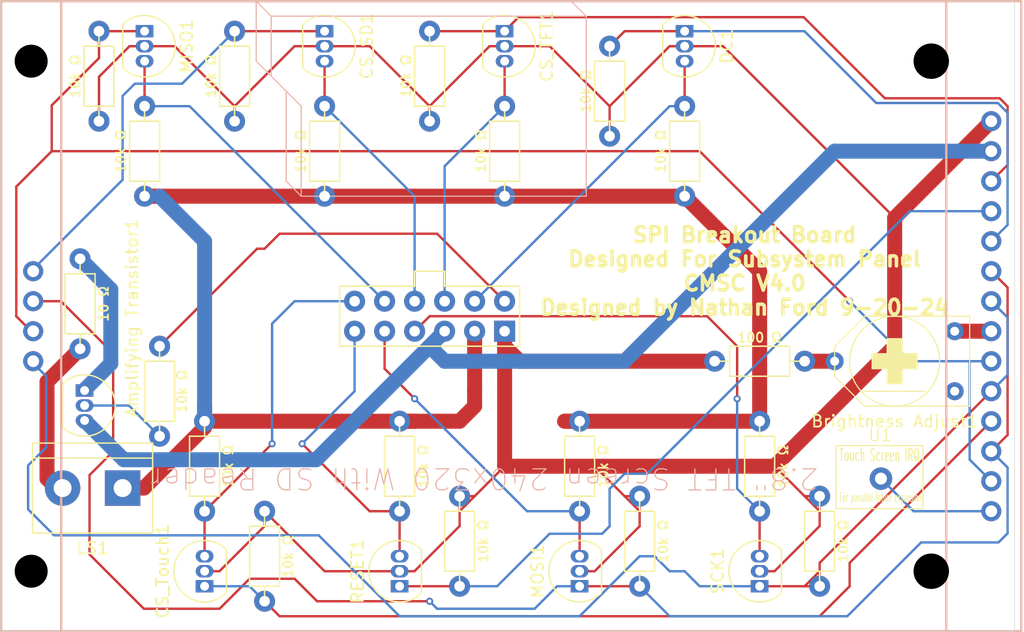
<source format=kicad_pcb>
(kicad_pcb (version 20240108) (generator "pcbnew") (generator_version "8.0")
  (layers (0 "F.Cu" signal) (31 "B.Cu" signal) (34 "B.Paste" user) (35 "F.Paste" user) (36 "B.SilkS" user "B.Silkscreen") (37 "F.SilkS" user "F.Silkscreen") (38 "B.Mask" user) (39 "F.Mask" user) (44 "Edge.Cuts" user))
  (net 0 "")
  (net 1 "/GND")
  (net 2 "/5V")
  (net 3 "/RESET_5V")
  (net 4 "/CS_TFT_5V")
  (net 5 "/DC_5V")
  (net 6 "Net-(C1-PadSPKR)")
  (net 7 "/CS_TOUCH_5V")
  (net 8 "/MOSI_5V")
  (net 9 "/SCK_5V")
  (net 10 "/3V3")
  (net 11 "/CS_SD_5V")
  (net 12 "/MISO_5V")
  (net 13 "/SCK_3V3")
  (net 14 "/MOSI_3V3")
  (net 15 "/MISO_3V3")
  (net 16 "/CS_TFT_3V3")
  (net 17 "/DC_3V3")
  (net 18 "/CS_SD_3V3")
  (net 19 "/CS_TOUCH_3V3")
  (net 20 "/RESET_3V3")
  (net 21 "Net-(Brightness Adjust1-PadVout1)")
  (net 22 "Net-(Amplifying Transistor1-B)")
  (net 23 "Net-(Amplifying Transistor1-E)")
  (net 24 "Net-(LS1-Pad2)")
  (net 25 "Net-(U1-T_IRQ)")
  (net 27 "Net-(Brightness Adjust1-PadVin)")
  (footprint "Subsystem Main:THROUGH_HOLE_RESISTOR" (layer "F.Cu") (at 120.6 74.93 90)
    (property "Reference" "R5" (hide yes))
    (property "Value" "10k Ω" (at 0 -2 90) (layer "F.SilkS") (effects (font (size 0.787402 0.787402))))
    (pad "P$1" thru_hole circle (at -3.81 0 90) (size 1.778 1.778) (drill 0.9) (layers "*.Cu" "*.Mask") (net 10 "/3V3"))
    (pad "P$2" thru_hole circle (at 3.81 0 90) (size 1.778 1.778) (drill 0.9) (layers "*.Cu" "*.Mask") (net 15 "/MISO_3V3"))
  )
  (footprint "Subsystem Main:THROUGH_HOLE_RESISTOR" (layer "F.Cu") (at 176.53 99.06)
    (property "Reference" "R9" (hide yes))
    (property "Value" "100 Ω" (at 0 -2 0) (layer "F.SilkS") (effects (font (size 0.787402 0.787402))))
    (pad "P$1" thru_hole circle (at -3.81 0) (size 1.778 1.778) (drill 0.9) (layers "*.Cu" "*.Mask") (net 10 "/3V3"))
    (pad "P$2" thru_hole circle (at 3.81 0) (size 1.778 1.778) (drill 0.9) (layers "*.Cu" "*.Mask") (net 27 "Net-(Brightness Adjust1-PadVin)"))
  )
  (footprint "Subsystem Main:Small_Potentiometer" (layer "F.Cu") (at 187.96 99.06)
    (property "Reference" "Brightness Adjust1")
    (property "Value" "~")
    (fp_text user "${REFERENCE}" (at 0 5.08 0) (layer "F.SilkS"))
    (pad "Vin" thru_hole circle (at -5.08 0) (size 1.524 1.524) (drill 0.762) (layers "*.Cu" "*.Mask") (net 27 "Net-(Brightness Adjust1-PadVin)"))
    (pad "Vout1" thru_hole circle (at 5.08 -2.54) (size 1.524 1.524) (drill 0.762) (layers "*.Cu" "*.Mask") (net 21 "Net-(Brightness Adjust1-PadVout1)"))
    (pad "Vout2" thru_hole circle (at 5.08 2.54) (size 1.524 1.524) (drill 0.762) (layers "*.Cu" "*.Mask"))
  )
  (footprint "Subsystem Main:THROUGH_HOLE_RESISTOR" (layer "F.Cu") (at 134.62 115.57 -90)
    (property "Reference" "R16" (hide yes))
    (property "Value" "10k Ω" (at 0 -2 90) (layer "F.SilkS") (effects (font (size 0.787402 0.787402))))
    (pad "P$1" thru_hole circle (at -3.81 0 270) (size 1.778 1.778) (drill 0.9) (layers "*.Cu" "*.Mask") (net 10 "/3V3"))
    (pad "P$2" thru_hole circle (at 3.81 0 270) (size 1.778 1.778) (drill 0.9) (layers "*.Cu" "*.Mask") (net 19 "/CS_TOUCH_3V3"))
  )
  (footprint "Subsystem Main:THROUGH_HOLE_RESISTOR" (layer "F.Cu") (at 148.59 74.93 90)
    (property "Reference" "R10" (hide yes))
    (property "Value" "10k Ω" (at 0 -2 90) (layer "F.SilkS") (effects (font (size 0.787402 0.787402))))
    (pad "P$1" thru_hole circle (at -3.81 0 90) (size 1.778 1.778) (drill 0.9) (layers "*.Cu" "*.Mask") (net 10 "/3V3"))
    (pad "P$2" thru_hole circle (at 3.81 0 90) (size 1.778 1.778) (drill 0.9) (layers "*.Cu" "*.Mask") (net 16 "/CS_TFT_3V3"))
  )
  (footprint "Package_TO_SOT_THT:TO-92_Inline" (layer "F.Cu") (at 139.7 71.12 -90)
    (property "Reference" "CS_SD1" (at 1.27 -3.56 90) (layer "F.SilkS"))
    (property "Value" "BS170")
    (pad "1" thru_hole rect (at 0 0 270) (size 1.05 1.5) (drill 0.75) (layers "*.Cu" "*.Mask") (net 18 "/CS_SD_3V3"))
    (pad "2" thru_hole oval (at 1.27 0 270) (size 1.05 1.5) (drill 0.75) (layers "*.Cu" "*.Mask") (net 10 "/3V3"))
    (pad "3" thru_hole oval (at 2.54 0 270) (size 1.05 1.5) (drill 0.75) (layers "*.Cu" "*.Mask") (net 11 "/CS_SD_5V"))
  )
  (footprint "Package_TO_SOT_THT:TO-92_Inline" (layer "F.Cu") (at 170.18 71.12 -90)
    (property "Reference" "DC1" (at 1.27 -3.56 90) (layer "F.SilkS"))
    (property "Value" "BS170")
    (pad "1" thru_hole rect (at 0 0 270) (size 1.05 1.5) (drill 0.75) (layers "*.Cu" "*.Mask") (net 17 "/DC_3V3"))
    (pad "2" thru_hole oval (at 1.27 0 270) (size 1.05 1.5) (drill 0.75) (layers "*.Cu" "*.Mask") (net 10 "/3V3"))
    (pad "3" thru_hole oval (at 2.54 0 270) (size 1.05 1.5) (drill 0.75) (layers "*.Cu" "*.Mask") (net 5 "/DC_5V"))
  )
  (footprint "Subsystem Main:THROUGH_HOLE_RESISTOR" (layer "F.Cu") (at 181.61 114.3 -90)
    (property "Reference" "R1" (hide yes))
    (property "Value" "10k Ω" (at 0 -2 90) (layer "F.SilkS") (effects (font (size 0.787402 0.787402))))
    (pad "P$1" thru_hole circle (at -3.81 0 270) (size 1.778 1.778) (drill 0.9) (layers "*.Cu" "*.Mask") (net 10 "/3V3"))
    (pad "P$2" thru_hole circle (at 3.81 0 270) (size 1.778 1.778) (drill 0.9) (layers "*.Cu" "*.Mask") (net 13 "/SCK_3V3"))
  )
  (footprint "Subsystem Main:THROUGH_HOLE_RESISTOR" (layer "F.Cu") (at 129.54 107.95 -90)
    (property "Reference" "R17" (hide yes))
    (property "Value" "10k Ω" (at 0 -2 90) (layer "F.SilkS") (effects (font (size 0.787402 0.787402))))
    (pad "P$1" thru_hole circle (at -3.81 0 270) (size 1.778 1.778) (drill 0.9) (layers "*.Cu" "*.Mask") (net 2 "/5V"))
    (pad "P$2" thru_hole circle (at 3.81 0 270) (size 1.778 1.778) (drill 0.9) (layers "*.Cu" "*.Mask") (net 7 "/CS_TOUCH_5V"))
  )
  (footprint "Subsystem Main:THROUGH_HOLE_RESISTOR" (layer "F.Cu") (at 132.08 74.93 90)
    (property "Reference" "R14" (hide yes))
    (property "Value" "10k Ω" (at 0 -2 90) (layer "F.SilkS") (effects (font (size 0.787402 0.787402))))
    (pad "P$1" thru_hole circle (at -3.81 0 90) (size 1.778 1.778) (drill 0.9) (layers "*.Cu" "*.Mask") (net 10 "/3V3"))
    (pad "P$2" thru_hole circle (at 3.81 0 90) (size 1.778 1.778) (drill 0.9) (layers "*.Cu" "*.Mask") (net 18 "/CS_SD_3V3"))
  )
  (footprint "Subsystem Main:THROUGH_HOLE_RESISTOR" (layer "F.Cu") (at 154.94 81.28 90)
    (property "Reference" "R11" (hide yes))
    (property "Value" "10k Ω" (at 0 -2 90) (layer "F.SilkS") (effects (font (size 0.787402 0.787402))))
    (pad "P$1" thru_hole circle (at -3.81 0 90) (size 1.778 1.778) (drill 0.9) (layers "*.Cu" "*.Mask") (net 2 "/5V"))
    (pad "P$2" thru_hole circle (at 3.81 0 90) (size 1.778 1.778) (drill 0.9) (layers "*.Cu" "*.Mask") (net 4 "/CS_TFT_5V"))
  )
  (footprint "Package_TO_SOT_THT:TO-92_Inline" (layer "F.Cu") (at 146.05 118.11 90)
    (property "Reference" "RESET1" (at 1.27 -3.56 90) (layer "F.SilkS"))
    (property "Value" "BS170")
    (pad "1" thru_hole rect (at 0 0 90) (size 1.05 1.5) (drill 0.75) (layers "*.Cu" "*.Mask") (net 20 "/RESET_3V3"))
    (pad "2" thru_hole oval (at 1.27 0 90) (size 1.05 1.5) (drill 0.75) (layers "*.Cu" "*.Mask") (net 10 "/3V3"))
    (pad "3" thru_hole oval (at 2.54 0 90) (size 1.05 1.5) (drill 0.75) (layers "*.Cu" "*.Mask") (net 3 "/RESET_5V"))
  )
  (footprint "Subsystem Main:THROUGH_HOLE_RESISTOR" (layer "F.Cu") (at 124.46 81.28 90)
    (property "Reference" "R6" (hide yes))
    (property "Value" "10k Ω" (at 0 -2 90) (layer "F.SilkS") (effects (font (size 0.787402 0.787402))))
    (pad "P$1" thru_hole circle (at -3.81 0 90) (size 1.778 1.778) (drill 0.9) (layers "*.Cu" "*.Mask") (net 2 "/5V"))
    (pad "P$2" thru_hole circle (at 3.81 0 90) (size 1.778 1.778) (drill 0.9) (layers "*.Cu" "*.Mask") (net 12 "/MISO_5V"))
  )
  (footprint "Package_TO_SOT_THT:TO-92_Inline" (layer "F.Cu") (at 124.46 71.12 -90)
    (property "Reference" "MISO1" (at 1.27 -3.56 90) (layer "F.SilkS"))
    (property "Value" "BS170")
    (pad "1" thru_hole rect (at 0 0 270) (size 1.05 1.5) (drill 0.75) (layers "*.Cu" "*.Mask") (net 15 "/MISO_3V3"))
    (pad "2" thru_hole oval (at 1.27 0 270) (size 1.05 1.5) (drill 0.75) (layers "*.Cu" "*.Mask") (net 10 "/3V3"))
    (pad "3" thru_hole oval (at 2.54 0 270) (size 1.05 1.5) (drill 0.75) (layers "*.Cu" "*.Mask") (net 12 "/MISO_5V"))
  )
  (footprint "Subsystem Main Extra Symbols:T_IRQ" (layer "F.Cu") (at 186.8 109)
    (property "Reference" "U1" (at -0.065 -3.665 0) (layer "F.SilkS") (effects (font (thickness 0.1))))
    (property "Value" "~")
    (fp_text user "For possible future expansion" (at -3.556 2.032 0) (layer "F.SilkS") (effects (font (size 0.762 0.3048) (thickness 0.0635)) (justify left bottom)))
    (pad "1" thru_hole circle (at 0 0) (size 1.905 1.905) (drill 1.016) (layers "*.Cu" "*.Mask") (net 25 "Net-(U1-T_IRQ)"))
  )
  (footprint "TerminalBlock:TerminalBlock_bornier-2_P5.08mm" (layer "F.Cu") (at 122.6 109.8 180)
    (property "Reference" "LS1" (at 2.54 -5.08 0) (layer "F.SilkS"))
    (property "Value" "Speaker")
    (pad "1" thru_hole rect (at 0 0 180) (size 3 3) (drill 1.52) (layers "*.Cu" "*.Mask") (net 2 "/5V"))
    (pad "2" thru_hole circle (at 5.08 0 180) (size 3 3) (drill 1.52) (layers "*.Cu" "*.Mask") (net 24 "Net-(LS1-Pad2)"))
  )
  (footprint "Subsystem Main:THROUGH_HOLE_RESISTOR" (layer "F.Cu") (at 139.7 81.28 90)
    (property "Reference" "R15" (hide yes))
    (property "Value" "10k Ω" (at 0 -2 90) (layer "F.SilkS") (effects (font (size 0.787402 0.787402))))
    (pad "P$1" thru_hole circle (at -3.81 0 90) (size 1.778 1.778) (drill 0.9) (layers "*.Cu" "*.Mask") (net 2 "/5V"))
    (pad "P$2" thru_hole circle (at 3.81 0 90) (size 1.778 1.778) (drill 0.9) (layers "*.Cu" "*.Mask") (net 11 "/CS_SD_5V"))
  )
  (footprint "Subsystem Main Extra Symbols:SPI_HEADER_RIBBON_CONNECTOR_V2" (layer "F.Cu") (at 148.59 95.25 180)
    (property "Reference" "C1" (hide yes))
    (property "Value" "~")
    (pad "3V3" thru_hole rect (at -6.35 -1.27 180) (size 1.778 1.778) (drill 0.9) (layers "*.Cu" "*.Mask") (net 10 "/3V3"))
    (pad "5V" thru_hole circle (at -3.81 -1.27 180) (size 1.778 1.778) (drill 0.9) (layers "*.Cu" "*.Mask") (net 2 "/5V"))
    (pad "GND" thru_hole circle (at -1.27 -1.27 180) (size 1.778 1.778) (drill 0.9) (layers "*.Cu" "*.Mask") (net 1 "/GND"))
    (pad "MISO" thru_hole circle (at 3.81 1.27 180) (size 1.778 1.778) (drill 0.9) (layers "*.Cu" "*.Mask") (net 12 "/MISO_5V"))
    (pad "MOSI" thru_hole circle (at 3.81 -1.27 180) (size 1.778 1.778) (drill 0.9) (layers "*.Cu" "*.Mask") (net 8 "/MOSI_5V"))
    (pad "RST" thru_hole circle (at 6.35 -1.27 180) (size 1.778 1.778) (drill 0.9) (layers "*.Cu" "*.Mask") (net 3 "/RESET_5V"))
    (pad "SCK" thru_hole circle (at 1.27 -1.27 180) (size 1.778 1.778) (drill 0.9) (layers "*.Cu" "*.Mask") (net 9 "/SCK_5V"))
    (pad "SD_CS" thru_hole circle (at 1.27 1.27 180) (size 1.778 1.778) (drill 0.9) (layers "*.Cu" "*.Mask") (net 11 "/CS_SD_5V"))
    (pad "SPKR" thru_hole circle (at -6.35 1.27 180) (size 1.778 1.778) (drill 0.9) (layers "*.Cu" "*.Mask") (net 6 "Net-(C1-PadSPKR)"))
    (pad "TFT_CS" thru_hole circle (at -1.27 1.27 180) (size 1.778 1.778) (drill 0.9) (layers "*.Cu" "*.Mask") (net 4 "/CS_TFT_5V"))
    (pad "TFT_DC" thru_hole circle (at -3.81 1.27 180) (size 1.778 1.778) (drill 0.9) (layers "*.Cu" "*.Mask") (net 5 "/DC_5V"))
    (pad "T_CS" thru_hole circle (at 6.35 1.27 180) (size 1.778 1.778) (drill 0.9) (layers "*.Cu" "*.Mask") (net 7 "/CS_TOUCH_5V"))
  )
  (footprint "Package_TO_SOT_THT:TO-92_Inline" (layer "F.Cu") (at 161.29 118.11 90)
    (property "Reference" "MOSI1" (at 1.27 -3.56 90) (layer "F.SilkS"))
    (property "Value" "BS170")
    (pad "1" thru_hole rect (at 0 0 90) (size 1.05 1.5) (drill 0.75) (layers "*.Cu" "*.Mask") (net 14 "/MOSI_3V3"))
    (pad "2" thru_hole oval (at 1.27 0 90) (size 1.05 1.5) (drill 0.75) (layers "*.Cu" "*.Mask") (net 10 "/3V3"))
    (pad "3" thru_hole oval (at 2.54 0 90) (size 1.05 1.5) (drill 0.75) (layers "*.Cu" "*.Mask") (net 8 "/MOSI_5V"))
  )
  (footprint "Subsystem Main:THROUGH_HOLE_RESISTOR" (layer "F.Cu") (at 163.83 76.2 90)
    (property "Reference" "R12" (hide yes))
    (property "Value" "10k Ω" (at 0 -2 90) (layer "F.SilkS") (effects (font (size 0.787402 0.787402))))
    (pad "P$1" thru_hole circle (at -3.81 0 90) (size 1.778 1.778) (drill 0.9) (layers "*.Cu" "*.Mask") (net 10 "/3V3"))
    (pad "P$2" thru_hole circle (at 3.81 0 90) (size 1.778 1.778) (drill 0.9) (layers "*.Cu" "*.Mask") (net 17 "/DC_3V3"))
  )
  (footprint "Subsystem Main:THROUGH_HOLE_RESISTOR" (layer "F.Cu") (at 176.53 107.95 -90)
    (property "Reference" "R2" (hide yes))
    (property "Value" "10k Ω" (at 0 -2 90) (layer "F.SilkS") (effects (font (size 0.787402 0.787402))))
    (pad "P$1" thru_hole circle (at -3.81 0 270) (size 1.778 1.778) (drill 0.9) (layers "*.Cu" "*.Mask") (net 2 "/5V"))
    (pad "P$2" thru_hole circle (at 3.81 0 270) (size 1.778 1.778) (drill 0.9) (layers "*.Cu" "*.Mask") (net 9 "/SCK_5V"))
  )
  (footprint "Package_TO_SOT_THT:TO-92_Inline" (layer "F.Cu") (at 119.38 101.54 -90)
    (property "Reference" "Amplifying Transistor1" (at -6.14 -4.02 90) (layer "F.SilkS"))
    (property "Value" "NPN transistor")
    (pad "1" thru_hole rect (at 0 0 270) (size 1.05 1.5) (drill 0.75) (layers "*.Cu" "*.Mask") (net 23 "Net-(Amplifying Transistor1-E)"))
    (pad "2" thru_hole oval (at 1.27 0 270) (size 1.05 1.5) (drill 0.75) (layers "*.Cu" "*.Mask") (net 22 "Net-(Amplifying Transistor1-B)"))
    (pad "3" thru_hole oval (at 2.54 0 270) (size 1.05 1.5) (drill 0.75) (layers "*.Cu" "*.Mask") (net 1 "/GND"))
  )
  (footprint "Subsystem Main:THROUGH_HOLE_RESISTOR" (layer "F.Cu") (at 119 94.2 -90)
    (property "Reference" "R7" (hide yes))
    (property "Value" "10 Ω" (at 0 -2 90) (layer "F.SilkS") (effects (font (size 0.787402 0.787402))))
    (pad "P$1" thru_hole circle (at -3.81 0 270) (size 1.778 1.778) (drill 0.9) (layers "*.Cu" "*.Mask") (net 23 "Net-(Amplifying Transistor1-E)"))
    (pad "P$2" thru_hole circle (at 3.81 0 270) (size 1.778 1.778) (drill 0.9) (layers "*.Cu" "*.Mask") (net 24 "Net-(LS1-Pad2)"))
  )
  (footprint "Subsystem Main:THROUGH_HOLE_RESISTOR" (layer "F.Cu") (at 170.18 81.28 90)
    (property "Reference" "R13" (hide yes))
    (property "Value" "10k Ω" (at 0 -2 90) (layer "F.SilkS") (effects (font (size 0.787402 0.787402))))
    (pad "P$1" thru_hole circle (at -3.81 0 90) (size 1.778 1.778) (drill 0.9) (layers "*.Cu" "*.Mask") (net 2 "/5V"))
    (pad "P$2" thru_hole circle (at 3.81 0 90) (size 1.778 1.778) (drill 0.9) (layers "*.Cu" "*.Mask") (net 5 "/DC_5V"))
  )
  (footprint "Subsystem Main:THROUGH_HOLE_RESISTOR" (layer "F.Cu") (at 146.05 107.95 -90)
    (property "Reference" "R19" (hide yes))
    (property "Value" "10k Ω" (at 0 -2 90) (layer "F.SilkS") (effects (font (size 0.787402 0.787402))))
    (pad "P$1" thru_hole circle (at -3.81 0 270) (size 1.778 1.778) (drill 0.9) (layers "*.Cu" "*.Mask") (net 2 "/5V"))
    (pad "P$2" thru_hole circle (at 3.81 0 270) (size 1.778 1.778) (drill 0.9) (layers "*.Cu" "*.Mask") (net 3 "/RESET_5V"))
  )
  (footprint "Package_TO_SOT_THT:TO-92_Inline" (layer "F.Cu") (at 154.94 71.12 -90)
    (property "Reference" "CS_TFT1" (at 1.27 -3.56 90) (layer "F.SilkS"))
    (property "Value" "BS170")
    (pad "1" thru_hole rect (at 0 0 270) (size 1.05 1.5) (drill 0.75) (layers "*.Cu" "*.Mask") (net 16 "/CS_TFT_3V3"))
    (pad "2" thru_hole oval (at 1.27 0 270) (size 1.05 1.5) (drill 0.75) (layers "*.Cu" "*.Mask") (net 10 "/3V3"))
    (pad "3" thru_hole oval (at 2.54 0 270) (size 1.05 1.5) (drill 0.75) (layers "*.Cu" "*.Mask") (net 4 "/CS_TFT_5V"))
  )
  (footprint "Package_TO_SOT_THT:TO-92_Inline" (layer "F.Cu") (at 176.53 118.11 90)
    (property "Reference" "SCK1" (at 1.27 -3.56 90) (layer "F.SilkS"))
    (property "Value" "BS170")
    (pad "1" thru_hole rect (at 0 0 90) (size 1.05 1.5) (drill 0.75) (layers "*.Cu" "*.Mask") (net 13 "/SCK_3V3"))
    (pad "2" thru_hole oval (at 1.27 0 90) (size 1.05 1.5) (drill 0.75) (layers "*.Cu" "*.Mask") (net 10 "/3V3"))
    (pad "3" thru_hole oval (at 2.54 0 90) (size 1.05 1.5) (drill 0.75) (layers "*.Cu" "*.Mask") (net 9 "/SCK_5V"))
  )
  (footprint "Subsystem Main:THROUGH_HOLE_RESISTOR" (layer "F.Cu") (at 166.37 114.3 -90)
    (property "Reference" "R3" (hide yes))
    (property "Value" "10k Ω" (at 0 -2 90) (layer "F.SilkS") (effects (font (size 0.787402 0.787402))))
    (pad "P$1" thru_hole circle (at -3.81 0 270) (size 1.778 1.778) (drill 0.9) (layers "*.Cu" "*.Mask") (net 10 "/3V3"))
    (pad "P$2" thru_hole circle (at 3.81 0 270) (size 1.778 1.778) (drill 0.9) (layers "*.Cu" "*.Mask") (net 14 "/MOSI_3V3"))
  )
  (footprint "Subsystem Main:THROUGH_HOLE_RESISTOR" (layer "F.Cu") (at 151.13 114.3 -90)
    (property "Reference" "R18" (hide yes))
    (property "Value" "10k Ω" (at 0 -2 90) (layer "F.SilkS") (effects (font (size 0.787402 0.787402))))
    (pad "P$1" thru_hole circle (at -3.81 0 270) (size 1.778 1.778) (drill 0.9) (layers "*.Cu" "*.Mask") (net 10 "/3V3"))
    (pad "P$2" thru_hole circle (at 3.81 0 270) (size 1.778 1.778) (drill 0.9) (layers "*.Cu" "*.Mask") (net 20 "/RESET_3V3"))
  )
  (footprint "Subsystem Main:THROUGH_HOLE_RESISTOR" (layer "F.Cu") (at 125.73 101.6 90)
    (property "Reference" "R8" (hide yes))
    (property "Value" "10k Ω" (at 0 1.905 90) (layer "F.SilkS") (effects (font (size 0.787402 0.787402))))
    (pad "P$1" thru_hole circle (at -3.81 0 90) (size 1.778 1.778) (drill 0.9) (layers "*.Cu" "*.Mask") (net 22 "Net-(Amplifying Transistor1-B)"))
    (pad "P$2" thru_hole circle (at 3.81 0 90) (size 1.778 1.778) (drill 0.9) (layers "*.Cu" "*.Mask") (net 6 "Net-(C1-PadSPKR)"))
  )
  (footprint "Subsystem Main:THROUGH_HOLE_RESISTOR" (layer "F.Cu") (at 161.29 107.95 -90)
    (property "Reference" "R4" (hide yes))
    (property "Value" "10k Ω" (at 0 -2 90) (layer "F.SilkS") (effects (font (size 0.787402 0.787402))))
    (pad "P$1" thru_hole circle (at -3.81 0 270) (size 1.778 1.778) (drill 0.9) (layers "*.Cu" "*.Mask") (net 2 "/5V"))
    (pad "P$2" thru_hole circle (at 3.81 0 270) (size 1.778 1.778) (drill 0.9) (layers "*.Cu" "*.Mask") (net 8 "/MOSI_5V"))
  )
  (footprint "Subsystem Main:2.8__TFT_SPI_ILI9341_WITH_SD_CARD" (layer "F.Cu") (at 198.68 95.25 180)
    (property "Reference" "U2" (hide yes))
    (property "Value" "~")
    (fp_text user "2.8\" TFT Screen 240x320 With SD Reader" (at 17.07 -12.7 180) (layer "B.SilkS") (effects (font (size 1.778 1.778) (thickness 0.1)) (justify left bottom)))
    (pad "" np_thru_hole circle (at 7.62 -21.59 180) (size 3 3) (drill 3.1) (layers "*.Mask"))
    (pad "" np_thru_hole circle (at 7.62 21.59 180) (size 3 3) (drill 3.1) (layers "*.Mask"))
    (pad "" np_thru_hole circle (at 83.82 -21.59 180) (size 2.794 2.794) (drill 3.1) (layers "*.Mask"))
    (pad "" np_thru_hole circle (at 83.82 21.59 180) (size 2.794 2.794) (drill 3.1) (layers "*.Mask"))
    (pad "CS" thru_hole circle (at 2.54 11.43 180) (size 1.7 1.7) (drill 1) (layers "*.Cu" "*.Mask") (net 16 "/CS_TFT_3V3"))
    (pad "DC" thru_hole circle (at 2.54 6.35 180) (size 1.7 1.7) (drill 1) (layers "*.Cu" "*.Mask") (net 17 "/DC_3V3"))
    (pad "GND" thru_hole circle (at 2.54 13.97 180) (size 1.7 1.7) (drill 1) (layers "*.Cu" "*.Mask") (net 1 "/GND"))
    (pad "LED" thru_hole circle (at 2.54 -1.27 180) (size 1.7 1.7) (drill 1) (layers "*.Cu" "*.Mask") (net 21 "Net-(Brightness Adjust1-PadVout1)"))
    (pad "RESET" thru_hole circle (at 2.54 8.89 180) (size 1.7 1.7) (drill 1) (layers "*.Cu" "*.Mask") (net 20 "/RESET_3V3"))
    (pad "SCK" thru_hole circle (at 2.54 1.27 180) (size 1.7 1.7) (drill 1) (layers "*.Cu" "*.Mask") (net 13 "/SCK_3V3"))
    (pad "SDI(MOSI)" thru_hole circle (at 2.54 3.81 180) (size 1.7 1.7) (drill 1) (layers "*.Cu" "*.Mask") (net 14 "/MOSI_3V3"))
    (pad "SDO(MISO)" thru_hole circle (at 2.54 -3.81 180) (size 1.7 1.7) (drill 1) (layers "*.Cu" "*.Mask") (net 15 "/MISO_3V3"))
    (pad "SD_CS" thru_hole circle (at 83.65 3.81 180) (size 1.7 1.7) (drill 1) (layers "*.Cu" "*.Mask") (net 18 "/CS_SD_3V3"))
    (pad "SD_MISO" thru_hole circle (at 83.65 -1.27 180) (size 1.7 1.7) (drill 1) (layers "*.Cu" "*.Mask") (net 15 "/MISO_3V3"))
    (pad "SD_MOSI" thru_hole circle (at 83.65 1.27 180) (size 1.7 1.7) (drill 1) (layers "*.Cu" "*.Mask") (net 14 "/MOSI_3V3"))
    (pad "SD_SCK" thru_hole circle (at 83.65 -3.81 180) (size 1.7 1.7) (drill 1) (layers "*.Cu" "*.Mask") (net 13 "/SCK_3V3"))
    (pad "T_CLK" thru_hole circle (at 2.54 -6.35 180) (size 1.7 1.7) (drill 1) (layers "*.Cu" "*.Mask") (net 13 "/SCK_3V3"))
    (pad "T_CS" thru_hole circle (at 2.54 -8.89 180) (size 1.7 1.7) (drill 1) (layers "*.Cu" "*.Mask") (net 19 "/CS_TOUCH_3V3"))
    (pad "T_DIN" thru_hole circle (at 2.54 -11.43 180) (size 1.7 1.7) (drill 1) (layers "*.Cu" "*.Mask") (net 14 "/MOSI_3V3"))
    (pad "T_DO" thru_hole circle (at 2.54 -13.97 180) (size 1.7 1.7) (drill 1) (layers "*.Cu" "*.Mask") (net 15 "/MISO_3V3"))
    (pad "T_IRQ" thru_hole circle (at 2.54 -16.51 180) (size 1.7 1.7) (drill 1) (layers "*.Cu" "*.Mask") (net 25 "Net-(U1-T_IRQ)"))
    (pad "Vcc" thru_hole circle (at 2.54 16.51 180) (size 1.7 1.7) (drill 1) (layers "*.Cu" "*.Mask") (net 10 "/3V3"))
  )
  (footprint "Package_TO_SOT_THT:TO-92_Inline" (layer "F.Cu") (at 129.54 118.11 90)
    (property "Reference" "CS_Touch1" (at 1.27 -3.56 90) (layer "F.SilkS"))
    (property "Value" "BS170")
    (pad "1" thru_hole rect (at 0 0 90) (size 1.05 1.5) (drill 0.75) (layers "*.Cu" "*.Mask") (net 19 "/CS_TOUCH_3V3"))
    (pad "2" thru_hole oval (at 1.27 0 90) (size 1.05 1.5) (drill 0.75) (layers "*.Cu" "*.Mask") (net 10 "/3V3"))
    (pad "3" thru_hole oval (at 2.54 0 90) (size 1.05 1.5) (drill 0.75) (layers "*.Cu" "*.Mask") (net 7 "/CS_TOUCH_5V"))
  )
  (gr_rect (start 112.28 68.58) (end 198.12 121.92) (stroke (width 0.05)) (fill none) (layer "Edge.Cuts"))
  (gr_text "Touch Screen IRQ" (at 183.2 107.6 0) (layer "F.SilkS") (effects (font (size 1 0.508) (thickness 0.1)) (justify left bottom)))
  (gr_text "SPI Breakout Board\nDesigned For Subsystem Panel\nCMSC V4.0\nDesigned by Nathan Ford 9-20-24" (at 175.26 95.25 0) (layer "F.SilkS") (effects (font (size 1.27 1.27) (thickness 0.3) (bold yes)) (justify bottom)))
  (segment (start 148.59 97.79) (end 149.86 99.06) (width 1.27) (layer "B.Cu") (net 1))
  (segment (start 182.88 81.28) (end 196.14 81.28) (width 1.27) (layer "B.Cu") (net 1))
  (segment (start 138.98 107.4) (end 122.7 107.4) (width 1.27) (layer "B.Cu") (net 1))
  (segment (start 119.47 104.17) (end 119.38 104.17) (width 1.27) (layer "B.Cu") (net 1))
  (segment (start 149.86 96.52) (end 148.59 97.79) (width 1.27) (layer "B.Cu") (net 1))
  (segment (start 165.1 99.06) (end 182.88 81.28) (width 1.27) (layer "B.Cu") (net 1))
  (segment (start 148.59 97.79) (end 138.98 107.4) (width 1.27) (layer "B.Cu") (net 1))
  (segment (start 122.7 107.4) (end 119.47 104.17) (width 1.27) (layer "B.Cu") (net 1))
  (segment (start 149.86 99.06) (end 165.1 99.06) (width 1.27) (layer "B.Cu") (net 1))
  (segment (start 176.53 91.44) (end 170.18 85.09) (width 1.27) (layer "F.Cu") (net 2))
  (segment (start 170.18 85.09) (end 124.46 85.09) (width 1.27) (layer "F.Cu") (net 2))
  (segment (start 160.02 104.14) (end 176.53 104.14) (width 1.27) (layer "F.Cu") (net 2))
  (segment (start 124.46 85.09) (end 125.73 85.09) (width 1.27) (layer "F.Cu") (net 2))
  (segment (start 151.13 104.14) (end 147.32 104.14) (width 1.27) (layer "F.Cu") (net 2))
  (segment (start 176.53 104.14) (end 176.53 91.44) (width 1.27) (layer "F.Cu") (net 2))
  (segment (start 152.4 96.52) (end 152.4 101.6) (width 1.27) (layer "F.Cu") (net 2))
  (segment (start 160.02 104.14) (end 161.29 104.14) (width 1.27) (layer "F.Cu") (net 2))
  (segment (start 152.4 102.87) (end 151.13 104.14) (width 1.27) (layer "F.Cu") (net 2))
  (segment (start 129.54 102.81) (end 129.54 104.66) (width 1.27) (layer "F.Cu") (net 2))
  (segment (start 124.4 109.8) (end 122.55 109.8) (width 1.27) (layer "F.Cu") (net 2))
  (segment (start 147.32 104.14) (end 142.24 104.14) (width 1.27) (layer "F.Cu") (net 2))
  (segment (start 152.4 101.6) (end 152.4 102.87) (width 1.27) (layer "F.Cu") (net 2))
  (segment (start 129.54 104.66) (end 124.4 109.8) (width 1.27) (layer "F.Cu") (net 2))
  (segment (start 142.24 104.14) (end 129.54 104.14) (width 1.27) (layer "F.Cu") (net 2))
  (segment (start 147.32 104.14) (end 146.05 104.14) (width 1.27) (layer "F.Cu") (net 2))
  (segment (start 129.54 88.9) (end 129.54 104.14) (width 1.27) (layer "B.Cu") (net 2))
  (segment (start 125.73 85.09) (end 129.54 88.9) (width 1.27) (layer "B.Cu") (net 2))
  (segment (start 146.05 115.57) (end 146.05 111.76) (width 0.2) (layer "F.Cu") (net 3))
  (segment (start 143.51 111.76) (end 146.05 111.76) (width 0.2) (layer "F.Cu") (net 3))
  (segment (start 137.795 106.045) (end 143.51 111.76) (width 0.2) (layer "F.Cu") (net 3))
  (via (at 137.795 106.045) (size 0.6) (drill 0.3) (layers "F.Cu" "B.Cu") (net 3))
  (segment (start 142.24 96.52) (end 142.24 101.6) (width 0.2) (layer "B.Cu") (net 3))
  (segment (start 142.24 101.6) (end 137.795 106.045) (width 0.2) (layer "B.Cu") (net 3))
  (segment (start 154.94 77.47) (end 154.94 73.66) (width 0.2) (layer "F.Cu") (net 4))
  (segment (start 149.86 82.55) (end 149.86 93.98) (width 0.2) (layer "B.Cu") (net 4))
  (segment (start 154.94 77.47) (end 149.86 82.55) (width 0.2) (layer "B.Cu") (net 4))
  (segment (start 170.18 73.66) (end 170.18 77.47) (width 0.2) (layer "F.Cu") (net 5))
  (segment (start 168.91 77.47) (end 152.4 93.98) (width 0.2) (layer "B.Cu") (net 5))
  (segment (start 170.18 77.47) (end 168.91 77.47) (width 0.2) (layer "B.Cu") (net 5))
  (segment (start 134.62 89.535) (end 135.89 88.265) (width 0.2) (layer "F.Cu") (net 6))
  (segment (start 125.73 97.79) (end 133.985 89.535) (width 0.2) (layer "F.Cu") (net 6))
  (segment (start 135.89 88.265) (end 149.225 88.265) (width 0.2) (layer "F.Cu") (net 6))
  (segment (start 133.985 89.535) (end 134.62 89.535) (width 0.2) (layer "F.Cu") (net 6))
  (segment (start 149.225 88.265) (end 154.94 93.98) (width 0.2) (layer "F.Cu") (net 6))
  (segment (start 129.54 111.76) (end 135.255 106.045) (width 0.2) (layer "F.Cu") (net 7))
  (segment (start 129.54 111.76) (end 129.54 115.57) (width 0.2) (layer "F.Cu") (net 7))
  (via (at 135.255 106.045) (size 0.6) (drill 0.3) (layers "F.Cu" "B.Cu") (net 7))
  (segment (start 135.255 106.045) (end 135.255 95.885) (width 0.2) (layer "B.Cu") (net 7))
  (segment (start 137.16 93.98) (end 142.24 93.98) (width 0.2) (layer "B.Cu") (net 7))
  (segment (start 135.255 95.885) (end 137.16 93.98) (width 0.2) (layer "B.Cu") (net 7))
  (segment (start 144.78 99.695) (end 147.32 102.235) (width 0.2) (layer "F.Cu") (net 8))
  (segment (start 144.78 96.52) (end 144.78 99.695) (width 0.2) (layer "F.Cu") (net 8))
  (segment (start 161.29 115.57) (end 161.29 111.76) (width 0.2) (layer "F.Cu") (net 8))
  (via (at 147.32 102.235) (size 0.6) (drill 0.3) (layers "F.Cu" "B.Cu") (net 8))
  (segment (start 156.845 111.76) (end 147.32 102.235) (width 0.2) (layer "B.Cu") (net 8))
  (segment (start 161.29 111.76) (end 156.845 111.76) (width 0.2) (layer "B.Cu") (net 8))
  (segment (start 148.59 95.25) (end 172.085 95.25) (width 0.2) (layer "F.Cu") (net 9))
  (segment (start 176.53 115.57) (end 176.53 111.76) (width 0.2) (layer "F.Cu") (net 9))
  (segment (start 174.625 97.79) (end 174.625 102.235) (width 0.2) (layer "F.Cu") (net 9))
  (segment (start 147.32 96.52) (end 148.59 95.25) (width 0.2) (layer "F.Cu") (net 9))
  (segment (start 172.085 95.25) (end 174.625 97.79) (width 0.2) (layer "F.Cu") (net 9))
  (via (at 174.625 102.235) (size 0.6) (drill 0.3) (layers "F.Cu" "B.Cu") (net 9))
  (segment (start 176.53 111.76) (end 174.625 109.855) (width 0.2) (layer "B.Cu") (net 9))
  (segment (start 174.625 109.855) (end 174.625 102.235) (width 0.2) (layer "B.Cu") (net 9))
  (segment (start 148.59 77.47) (end 143.51 72.39) (width 0.2) (layer "F.Cu") (net 10))
  (segment (start 181.61 110.49) (end 181.61 111.76) (width 0.2) (layer "F.Cu") (net 10))
  (segment (start 151.13 111.76) (end 151.13 113.017235) (width 0.2) (layer "F.Cu") (net 10))
  (segment (start 139.7 116.84) (end 134.62 111.76) (width 0.2) (layer "F.Cu") (net 10))
  (segment (start 187.96 86.92) (end 196.14 78.74) (width 1.27) (layer "F.Cu") (net 10))
  (segment (start 166.37 111.76) (end 165.1 110.49) (width 0.2) (layer "F.Cu") (net 10))
  (segment (start 181.61 111.76) (end 181.61 113.017235) (width 0.2) (layer "F.Cu") (net 10))
  (segment (start 166.37 113.03) (end 162.56 116.84) (width 0.2) (layer "F.Cu") (net 10))
  (segment (start 132.08 77.47) (end 127 72.39) (width 0.2) (layer "F.Cu") (net 10))
  (segment (start 154.94 72.39) (end 153.67 72.39) (width 0.2) (layer "F.Cu") (net 10))
  (segment (start 151.13 111.76) (end 152.4 110.49) (width 0.2) (layer "F.Cu") (net 10))
  (segment (start 158.75 72.39) (end 154.94 72.39) (width 0.2) (layer "F.Cu") (net 10))
  (segment (start 166.37 111.76) (end 166.37 113.03) (width 0.2) (layer "F.Cu") (net 10))
  (segment (start 143.51 72.39) (end 139.7 72.39) (width 0.2) (layer "F.Cu") (net 10))
  (segment (start 148.59 77.47) (end 148.59 78.74) (width 0.2) (layer "F.Cu") (net 10))
  (segment (start 153.67 72.39) (end 148.59 77.47) (width 0.2) (layer "F.Cu") (net 10))
  (segment (start 162.56 116.84) (end 161.29 116.84) (width 0.2) (layer "F.Cu") (net 10))
  (segment (start 166.37 110.49) (end 165.1 110.49) (width 0.2) (layer "F.Cu") (net 10))
  (segment (start 134.62 113.017235) (end 130.797235 116.84) (width 0.2) (layer "F.Cu") (net 10))
  (segment (start 162.56 107.95) (end 177.8 107.95) (width 1.27) (layer "F.Cu") (net 10))
  (segment (start 165.1 110.49) (end 162.56 107.95) (width 0.2) (layer "F.Cu") (net 10))
  (segment (start 177.787235 116.84) (end 176.53 116.84) (width 0.2) (layer "F.Cu") (net 10))
  (segment (start 151.13 113.017235) (end 147.307235 116.84) (width 0.2) (layer "F.Cu") (net 10))
  (segment (start 151.13 110.49) (end 151.13 111.76) (width 0.2) (layer "F.Cu") (net 10))
  (segment (start 166.37 110.49) (end 166.37 111.76) (width 0.2) (layer "F.Cu") (net 10))
  (segment (start 154.94 96.52) (end 154.94 97.79) (width 1.27) (layer "F.Cu") (net 10))
  (segment (start 132.08 77.47) (end 132.08 78.74) (width 0.2) (layer "F.Cu") (net 10))
  (segment (start 156.21 99.06) (end 172.72 99.06) (width 1.27) (layer "F.Cu") (net 10))
  (segment (start 170.18 72.39) (end 168.91 72.39) (width 0.2) (layer "F.Cu") (net 10))
  (segment (start 137.16 72.39) (end 132.08 77.47) (width 0.2) (layer "F.Cu") (net 10))
  (segment (start 163.83 77.47) (end 158.75 72.39) (width 0.2) (layer "F.Cu") (net 10))
  (segment (start 181.61 111.76) (end 180.34 110.49) (width 0.2) (layer "F.Cu") (net 10))
  (segment (start 124.46 72.39) (end 123.19 72.39) (width 0.2) (layer "F.Cu") (net 10))
  (segment (start 181.61 113.017235) (end 177.787235 116.84) (width 0.2) (layer "F.Cu") (net 10))
  (segment (start 152.4 110.49) (end 154.94 107.95) (width 0.2) (layer "F.Cu") (net 10))
  (segment (start 154.94 97.79) (end 154.94 107.95) (width 1.27) (layer "F.Cu") (net 10))
  (segment (start 151.13 110.49) (end 152.4 110.49) (width 0.2) (layer "F.Cu") (net 10))
  (segment (start 154.94 107.95) (end 162.56 107.95) (width 1.27) (layer "F.Cu") (net 10))
  (segment (start 168.91 72.39) (end 163.83 77.47) (width 0.2) (layer "F.Cu") (net 10))
  (segment (start 170.18 72.39) (end 173.43 72.39) (width 0.2) (layer "F.Cu") (net 10))
  (segment (start 163.83 77.47) (end 163.83 80.01) (width 0.2) (layer "F.Cu") (net 10))
  (segment (start 134.62 111.76) (end 134.62 113.017235) (width 0.2) (layer "F.Cu") (net 10))
  (segment (start 120.6 74.98) (end 120.6 78.74) (width 0.2) (layer "F.Cu") (net 10))
  (segment (start 147.307235 116.84) (end 146.05 116.84) (width 0.2) (layer "F.Cu") (net 10))
  (segment (start 173.43 72.39) (end 187.96 86.92) (width 0.2) (layer "F.Cu") (net 10))
  (segment (start 123.19 72.39) (end 120.6 74.98) (width 0.2) (layer "F.Cu") (net 10))
  (segment (start 180.34 110.49) (end 177.8 107.95) (width 0.2) (layer "F.Cu") (net 10))
  (segment (start 146.05 116.84) (end 139.7 116.84) (width 0.2) (layer "F.Cu") (net 10))
  (segment (start 139.7 72.39) (end 137.16 72.39) (width 0.2) (layer "F.Cu") (net 10))
  (segment (start 187.96 97.79) (end 187.96 86.92) (width 1.27) (layer "F.Cu") (net 10))
  (segment (start 130.797235 116.84) (end 129.54 116.84) (width 0.2) (layer "F.Cu") (net 10))
  (segment (start 177.8 107.95) (end 187.96 97.79) (width 1.27) (layer "F.Cu") (net 10))
  (segment (start 154.94 97.79) (end 156.21 99.06) (width 1.27) (layer "F.Cu") (net 10))
  (segment (start 127 72.39) (end 124.46 72.39) (width 0.2) (layer "F.Cu") (net 10))
  (segment (start 181.61 110.49) (end 180.34 110.49) (width 0.2) (layer "F.Cu") (net 10))
  (segment (start 139.7 77.47) (end 139.7 73.66) (width 0.2) (layer "F.Cu") (net 11))
  (segment (start 139.7 77.47) (end 147.32 85.09) (width 0.2) (layer "B.Cu") (net 11))
  (segment (start 147.32 85.09) (end 147.32 93.98) (width 0.2) (layer "B.Cu") (net 11))
  (segment (start 124.46 77.47) (end 124.46 73.66) (width 0.2) (layer "F.Cu") (net 12))
  (segment (start 124.46 77.47) (end 128.27 77.47) (width 0.2) (layer "B.Cu") (net 12))
  (segment (start 128.27 77.47) (end 144.78 93.98) (width 0.2) (layer "B.Cu") (net 12))
  (segment (start 181.61 116.84) (end 181.61 116.13) (width 0.2) (layer "F.Cu") (net 13))
  (segment (start 181.61 118.11) (end 181.61 116.84) (width 0.2) (layer "F.Cu") (net 13))
  (segment (start 181.61 116.13) (end 196.14 101.6) (width 0.2) (layer "F.Cu") (net 13))
  (segment (start 180.34 118.11) (end 180.975 117.475) (width 0.2) (layer "F.Cu") (net 13))
  (segment (start 181.61 118.11) (end 180.975 117.475) (width 0.2) (layer "F.Cu") (net 13))
  (segment (start 181.61 118.11) (end 180.34 118.11) (width 0.2) (layer "F.Cu") (net 13))
  (segment (start 180.975 117.475) (end 181.61 116.84) (width 0.2) (layer "F.Cu") (net 13))
  (segment (start 176.53 118.11) (end 180.34 118.11) (width 0.2) (layer "F.Cu") (net 13))
  (segment (start 161.29 120.65) (end 146.05 120.65) (width 0.2) (layer "B.Cu") (net 13))
  (segment (start 116.8 113.8) (end 114.6 111.6) (width 0.2) (layer "B.Cu") (net 13))
  (segment (start 114.6 107.88) (end 116.13 106.35) (width 0.2) (layer "B.Cu") (net 13))
  (segment (start 116.13 100.33) (end 114.86 99.06) (width 0.2) (layer "B.Cu") (net 13))
  (segment (start 166.37 115.57) (end 161.29 120.65) (width 0.2) (layer "B.Cu") (net 13))
  (segment (start 139.2 113.8) (end 116.8 113.8) (width 0.2) (layer "B.Cu") (net 13))
  (segment (start 170.18 116.84) (end 168.91 116.84) (width 0.2) (layer "B.Cu") (net 13))
  (segment (start 116.13 106.35) (end 116.13 100.33) (width 0.2) (layer "B.Cu") (net 13))
  (segment (start 196.14 93.98) (end 197.52 95.36) (width 0.2) (layer "B.Cu") (net 13))
  (segment (start 114.6 111.6) (end 114.6 107.88) (width 0.2) (layer "B.Cu") (net 13))
  (segment (start 168.91 116.84) (end 167.64 115.57) (width 0.2) (layer "B.Cu") (net 13))
  (segment (start 171.45 118.11) (end 170.18 116.84) (width 0.2) (layer "B.Cu") (net 13))
  (segment (start 146.05 120.65) (end 139.2 113.8) (width 0.2) (layer "B.Cu") (net 13))
  (segment (start 197.52 95.36) (end 197.52 100.22) (width 0.2) (layer "B.Cu") (net 13))
  (segment (start 197.52 100.22) (end 196.14 101.6) (width 0.2) (layer "B.Cu") (net 13))
  (segment (start 176.53 118.11) (end 171.45 118.11) (width 0.2) (layer "B.Cu") (net 13))
  (segment (start 167.64 115.57) (end 166.37 115.57) (width 0.2) (layer "B.Cu") (net 13))
  (segment (start 119.8 115.415) (end 119.8 108.7) (width 0.2) (layer "F.Cu") (net 14))
  (segment (start 121.8 106.7) (end 121.8 98.4) (width 0.2) (layer "F.Cu") (net 14))
  (segment (start 197.52 92.82) (end 197.52 105.3) (width 0.2) (layer "F.Cu") (net 14))
  (segment (start 161.29 118.11) (end 166.37 118.11) (width 0.2) (layer "F.Cu") (net 14))
  (segment (start 139.065 119.38) (end 137.16 117.475) (width 0.2) (layer "F.Cu") (net 14))
  (segment (start 197.52 105.3) (end 196.14 106.68) (width 0.2) (layer "F.Cu") (net 14))
  (segment (start 130.81 120.015) (end 124.4 120.015) (width 0.2) (layer "F.Cu") (net 14))
  (segment (start 124.4 120.015) (end 119.8 115.415) (width 0.2) (layer "F.Cu") (net 14))
  (segment (start 133.35 117.475) (end 130.81 120.015) (width 0.2) (layer "F.Cu") (net 14))
  (segment (start 119.8 108.7) (end 121.8 106.7) (width 0.2) (layer "F.Cu") (net 14))
  (segment (start 137.16 117.475) (end 133.35 117.475) (width 0.2) (layer "F.Cu") (net 14))
  (segment (start 148.59 119.38) (end 139.065 119.38) (width 0.2) (layer "F.Cu") (net 14))
  (segment (start 196.14 91.44) (end 197.52 92.82) (width 0.2) (layer "F.Cu") (net 14))
  (segment (start 121.8 98.4) (end 117.38 93.98) (width 0.2) (layer "F.Cu") (net 14))
  (segment (start 117.38 93.98) (end 114.86 93.98) (width 0.2) (layer "F.Cu") (net 14))
  (via (at 148.59 119.38) (size 0.6) (drill 0.3) (layers "F.Cu" "B.Cu") (net 14))
  (segment (start 183.95 120.65) (end 168.91 120.65) (width 0.2) (layer "B.Cu") (net 14))
  (segment (start 197.52 113.63) (end 196.75 114.4) (width 0.2) (layer "B.Cu") (net 14))
  (segment (start 157.48 120.015) (end 149.225 120.015) (width 0.2) (layer "B.Cu") (net 14))
  (segment (start 168.91 120.65) (end 166.37 118.11) (width 0.2) (layer "B.Cu") (net 14))
  (segment (start 196.14 106.68) (end 197.52 108.06) (width 0.2) (layer "B.Cu") (net 14))
  (segment (start 149.225 120.015) (end 148.59 119.38) (width 0.2) (layer "B.Cu") (net 14))
  (segment (start 196.75 114.4) (end 190.2 114.4) (width 0.2) (layer "B.Cu") (net 14))
  (segment (start 159.385 118.11) (end 157.48 120.015) (width 0.2) (layer "B.Cu") (net 14))
  (segment (start 190.2 114.4) (end 183.95 120.65) (width 0.2) (layer "B.Cu") (net 14))
  (segment (start 197.52 108.06) (end 197.52 113.63) (width 0.2) (layer "B.Cu") (net 14))
  (segment (start 161.29 118.11) (end 159.385 118.11) (width 0.2) (layer "B.Cu") (net 14))
  (segment (start 184.15 93.98) (end 171.45 81.28) (width 0.2) (layer "F.Cu") (net 15))
  (segment (start 116.6 81.28) (end 113.6 84.28) (width 0.2) (layer "F.Cu") (net 15))
  (segment (start 116.6 81.28) (end 116.6 77.4) (width 0.2) (layer "F.Cu") (net 15))
  (segment (start 113.6 84.28) (end 113.6 95.26) (width 0.2) (layer "F.Cu") (net 15))
  (segment (start 116.6 77.4) (end 120.6 73.4) (width 0.2) (layer "F.Cu") (net 15))
  (segment (start 171.45 81.28) (end 116.6 81.28) (width 0.2) (layer "F.Cu") (net 15))
  (segment (start 120.6 73.4) (end 120.6 71.12) (width 0.2) (layer "F.Cu") (net 15))
  (segment (start 120.6 71.12) (end 124.46 71.12) (width 0.2) (layer "F.Cu") (net 15))
  (segment (start 113.6 95.26) (end 114.86 96.52) (width 0.2) (layer "F.Cu") (net 15))
  (via (at 184.15 93.98) (size 0.6) (drill 0.3) (layers "F.Cu" "B.Cu") (net 15))
  (segment (start 196.14 99.06) (end 194.31 99.06) (width 0.2) (layer "B.Cu") (net 15))
  (segment (start 194.31 99.06) (end 189.23 99.06) (width 0.2) (layer "B.Cu") (net 15))
  (segment (start 189.23 99.06) (end 184.15 93.98) (width 0.2) (layer "B.Cu") (net 15))
  (segment (start 194.31 107.39) (end 194.31 99.06) (width 0.2) (layer "B.Cu") (net 15))
  (segment (start 196.14 109.22) (end 194.31 107.39) (width 0.2) (layer "B.Cu") (net 15))
  (segment (start 180.259 69.931) (end 187.128 76.8) (width 0.2) (layer "F.Cu") (net 16))
  (segment (start 197.52 82.44) (end 196.14 83.82) (width 0.2) (layer "F.Cu") (net 16))
  (segment (start 154.94 71.12) (end 156.129 69.931) (width 0.2) (layer "F.Cu") (net 16))
  (segment (start 196.85 76.8) (end 197.52 77.47) (width 0.2) (layer "F.Cu") (net 16))
  (segment (start 156.129 69.931) (end 180.259 69.931) (width 0.2) (layer "F.Cu") (net 16))
  (segment (start 148.59 71.12) (end 154.94 71.12) (width 0.2) (layer "F.Cu") (net 16))
  (segment (start 187.128 76.8) (end 196.85 76.8) (width 0.2) (layer "F.Cu") (net 16))
  (segment (start 197.52 77.47) (end 197.52 82.44) (width 0.2) (layer "F.Cu") (net 16))
  (segment (start 165.1 71.12) (end 163.83 72.39) (width 0.2) (layer "F.Cu") (net 17))
  (segment (start 170.18 71.12) (end 165.1 71.12) (width 0.2) (layer "F.Cu") (net 17))
  (segment (start 197.52 78.025) (end 196.695 77.2) (width 0.2) (layer "B.Cu") (net 17))
  (segment (start 197.52 87.52) (end 197.52 78.025) (width 0.2) (layer "B.Cu") (net 17))
  (segment (start 180.32 71.12) (end 170.18 71.12) (width 0.2) (layer "B.Cu") (net 17))
  (segment (start 186.4 77.2) (end 180.32 71.12) (width 0.2) (layer "B.Cu") (net 17))
  (segment (start 196.695 77.2) (end 186.4 77.2) (width 0.2) (layer "B.Cu") (net 17))
  (segment (start 196.14 88.9) (end 197.52 87.52) (width 0.2) (layer "B.Cu") (net 17))
  (segment (start 139.7 71.12) (end 132.08 71.12) (width 0.2) (layer "F.Cu") (net 18))
  (segment (start 127.635 75.565) (end 123.635 75.565) (width 0.2) (layer "B.Cu") (net 18))
  (segment (start 122.6 76.6) (end 122.6 83.7) (width 0.2) (layer "B.Cu") (net 18))
  (segment (start 123.635 75.565) (end 122.6 76.6) (width 0.2) (layer "B.Cu") (net 18))
  (segment (start 122.6 83.7) (end 114.86 91.44) (width 0.2) (layer "B.Cu") (net 18))
  (segment (start 132.08 71.12) (end 127.635 75.565) (width 0.2) (layer "B.Cu") (net 18))
  (segment (start 184.15 118.11) (end 181.61 120.65) (width 0.2) (layer "F.Cu") (net 19))
  (segment (start 184.15 116.13) (end 184.15 118.11) (width 0.2) (layer "F.Cu") (net 19))
  (segment (start 181.61 120.65) (end 135.89 120.65) (width 0.2) (layer "F.Cu") (net 19))
  (segment (start 196.14 104.14) (end 184.15 116.13) (width 0.2) (layer "F.Cu") (net 19))
  (segment (start 135.89 120.65) (end 134.62 119.38) (width 0.2) (layer "F.Cu") (net 19))
  (segment (start 129.54 118.11) (end 133.35 118.11) (width 0.2) (layer "B.Cu") (net 19))
  (segment (start 133.35 118.11) (end 134.62 119.38) (width 0.2) (layer "B.Cu") (net 19))
  (segment (start 146.05 118.11) (end 151.13 118.11) (width 0.2) (layer "F.Cu") (net 20))
  (segment (start 196.14 86.36) (end 189.23 86.36) (width 0.2) (layer "B.Cu") (net 20))
  (segment (start 158.75 113.665) (end 154.305 118.11) (width 0.2) (layer "B.Cu") (net 20))
  (segment (start 189.23 86.36) (end 167.005 108.585) (width 0.2) (layer "B.Cu") (net 20))
  (segment (start 154.305 118.11) (end 151.13 118.11) (width 0.2) (layer "B.Cu") (net 20))
  (segment (start 163.83 113.03) (end 163.195 113.665) (width 0.2) (layer "B.Cu") (net 20))
  (segment (start 165.1 108.585) (end 163.83 109.855) (width 0.2) (layer "B.Cu") (net 20))
  (segment (start 167.005 108.585) (end 165.1 108.585) (width 0.2) (layer "B.Cu") (net 20))
  (segment (start 163.195 113.665) (end 158.75 113.665) (width 0.2) (layer "B.Cu") (net 20))
  (segment (start 163.83 109.855) (end 163.83 113.03) (width 0.2) (layer "B.Cu") (net 20))
  (segment (start 193.04 96.52) (end 196.14 96.52) (width 1.27) (layer "F.Cu") (net 21))
  (segment (start 125.73 105.41) (end 123.13 102.81) (width 0.2) (layer "B.Cu") (net 22))
  (segment (start 123.13 102.81) (end 119.38 102.81) (width 0.2) (layer "B.Cu") (net 22))
  (segment (start 119.46 101.4) (end 121.6 99.26) (width 1.27) (layer "B.Cu") (net 23))
  (segment (start 121.6 99.26) (end 121.6 92.99) (width 1.27) (layer "B.Cu") (net 23))
  (segment (start 121.6 92.99) (end 119 90.39) (width 1.27) (layer "B.Cu") (net 23))
  (segment (start 117.52 110.6) (end 117.52 110.32) (width 1.27) (layer "F.Cu") (net 24))
  (segment (start 116.2 100.81) (end 119 98.01) (width 1.27) (layer "F.Cu") (net 24))
  (segment (start 116.2 109) (end 116.2 100.81) (width 1.27) (layer "F.Cu") (net 24))
  (segment (start 117.52 110.32) (end 116.2 109) (width 1.27) (layer "F.Cu") (net 24))
  (segment (start 196.14 111.76) (end 189.56 111.76) (width 0.2) (layer "B.Cu") (net 25))
  (segment (start 189.56 111.76) (end 186.8 109) (width 0.2) (layer "B.Cu") (net 25))
  (segment (start 180.34 99.06) (end 182.88 99.06) (width 1.27) (layer "F.Cu") (net 27))
)
</source>
